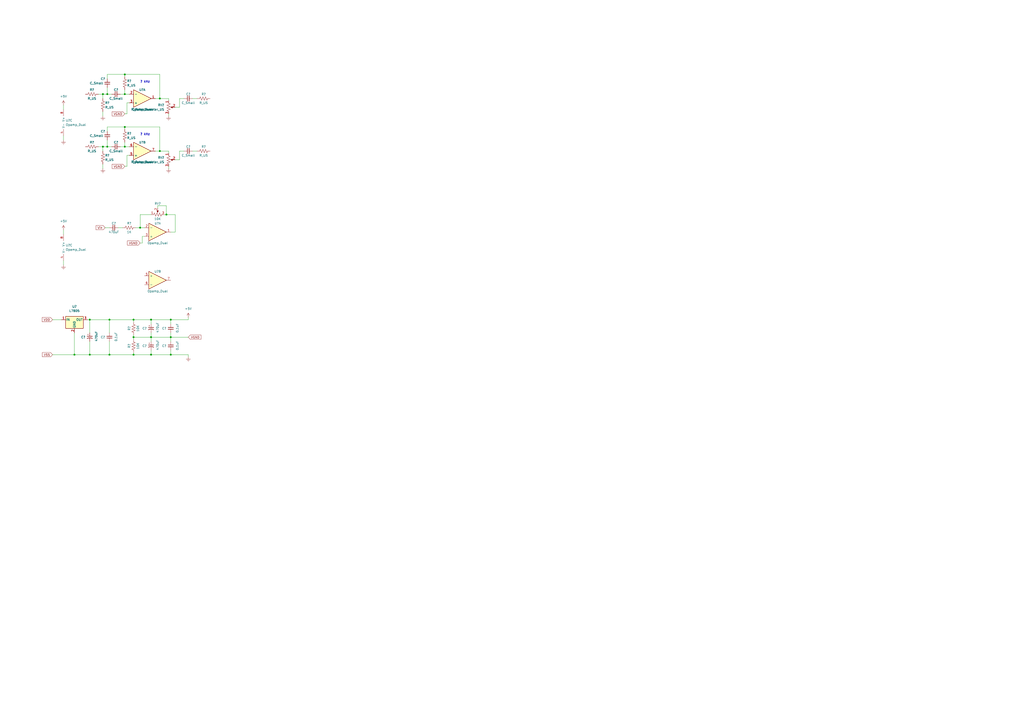
<source format=kicad_sch>
(kicad_sch (version 20211123) (generator eeschema)
  (paper "A2")
  (title_block (title "Spectrum") (date "2022-01-22") (rev "0"))
  (lib_symbols
    (symbol "Device:C_Polarized_Small_US" (pin_numbers hide) (pin_names (offset 0.254) hide)
      (property "Reference" "C" (at 0.254 1.778 0))
      (property "Value" "C_Polarized_Small_US" (at 0.254 -2.032 0))
      (symbol "C_Polarized_Small_US_0_1"
        (polyline (pts (xy -1.524 0.508) (xy 1.524 0.508)) (stroke (width 0.3048)))
        (polyline (pts (xy -1.27 1.524) (xy -0.762 1.524)))
        (polyline (pts (xy -1.016 1.27) (xy -1.016 1.778)))
        (arc (start 1.524 -0.762) (mid 0 -0.3734) (end -1.524 -0.762) (stroke (width 0.3048)))
      )
      (symbol "C_Polarized_Small_US_1_1"
        (pin passive line (at 0 2.54 270) (length 2.032) (name "~") (number "1"))
        (pin passive line (at 0 -2.54 90) (length 2.032) (name "~") (number "2"))
      )
    )
    (symbol "Device:C_Small" (pin_numbers hide) (pin_names (offset 0.254) hide)
      (property "Reference" "C" (at 0.254 1.778 0))
      (property "Value" "C_Small" (at 0.254 -2.032 0))
      (symbol "C_Small_0_1"
        (polyline (pts (xy -1.524 -0.508) (xy 1.524 -0.508)) (stroke (width 0.3302)))
        (polyline (pts (xy -1.524 0.508) (xy 1.524 0.508)) (stroke (width 0.3048)))
      )
      (symbol "C_Small_1_1"
        (pin passive line (at 0 2.54 270) (length 2.032) (name "~") (number "1"))
        (pin passive line (at 0 -2.54 90) (length 2.032) (name "~") (number "2"))
      )
    )
    (symbol "Device:Opamp_Dual"
      (property "Reference" "U" (at 0 5.08 0))
      (property "Value" "Opamp_Dual" (at 0 -5.08 0))
      (symbol "Opamp_Dual_1_1"
        (polyline (pts (xy -5.08 5.08) (xy 5.08 0) (xy -5.08 -5.08) (xy -5.08 5.08)) (stroke (width 0.254)) (fill (type background)))
        (pin output line (at 7.62 0 180) (length 2.54) (name "~") (number "1"))
        (pin input line (at -7.62 -2.54 0) (length 2.54) (name "-") (number "2"))
        (pin input line (at -7.62 2.54 0) (length 2.54) (name "+") (number "3"))
      )
      (symbol "Opamp_Dual_2_1"
        (polyline (pts (xy -5.08 5.08) (xy 5.08 0) (xy -5.08 -5.08) (xy -5.08 5.08)) (stroke (width 0.254)) (fill (type background)))
        (pin input line (at -7.62 2.54 0) (length 2.54) (name "+") (number "5"))
        (pin input line (at -7.62 -2.54 0) (length 2.54) (name "-") (number "6"))
        (pin output line (at 7.62 0 180) (length 2.54) (name "~") (number "7"))
      )
      (symbol "Opamp_Dual_3_1"
        (pin power_in line (at -2.54 -7.62 90) (length 3.81) (name "V-") (number "4"))
        (pin power_in line (at -2.54 7.62 270) (length 3.81) (name "V+") (number "8"))
      )
    )
    (symbol "Device:R_Potentiometer_US" (pin_names (offset 1.016) hide)
      (property "Reference" "RV" (at -4.445 0 90))
      (property "Value" "R_Potentiometer_US" (at -2.54 0 90))
      (symbol "R_Potentiometer_US_0_1"
        (polyline (pts (xy 0 -2.286) (xy 0 -2.54)))
        (polyline (pts (xy 0 2.54) (xy 0 2.286)))
        (polyline (pts (xy 2.54 0) (xy 1.524 0)))
        (polyline (pts (xy 1.143 0) (xy 2.286 0.508) (xy 2.286 -0.508) (xy 1.143 0)) (fill (type outline)))
        (polyline (pts (xy 0 -0.762) (xy 1.016 -1.143) (xy 0 -1.524) (xy -1.016 -1.905) (xy 0 -2.286)))
        (polyline (pts (xy 0 0.762) (xy 1.016 0.381) (xy 0 0) (xy -1.016 -0.381) (xy 0 -0.762)))
        (polyline (pts (xy 0 2.286) (xy 1.016 1.905) (xy 0 1.524) (xy -1.016 1.143) (xy 0 0.762)))
      )
      (symbol "R_Potentiometer_US_1_1"
        (pin passive line (at 0 3.81 270) (length 1.27) (name "1") (number "1"))
        (pin passive line (at 3.81 0 180) (length 1.27) (name "2") (number "2"))
        (pin passive line (at 0 -3.81 90) (length 1.27) (name "3") (number "3"))
      )
    )
    (symbol "Device:R_US" (pin_numbers hide) (pin_names (offset 0))
      (property "Reference" "R" (at 2.54 0 90))
      (property "Value" "R_US" (at -2.54 0 90))
      (symbol "R_US_0_1"
        (polyline (pts (xy 0 -2.286) (xy 0 -2.54)))
        (polyline (pts (xy 0 2.286) (xy 0 2.54)))
        (polyline (pts (xy 0 -0.762) (xy 1.016 -1.143) (xy 0 -1.524) (xy -1.016 -1.905) (xy 0 -2.286)))
        (polyline (pts (xy 0 0.762) (xy 1.016 0.381) (xy 0 0) (xy -1.016 -0.381) (xy 0 -0.762)))
        (polyline (pts (xy 0 2.286) (xy 1.016 1.905) (xy 0 1.524) (xy -1.016 1.143) (xy 0 0.762)))
      )
      (symbol "R_US_1_1"
        (pin passive line (at 0 3.81 270) (length 1.27) (name "~") (number "1"))
        (pin passive line (at 0 -3.81 90) (length 1.27) (name "~") (number "2"))
      )
    )
    (symbol "Regulator_Linear:L7805" (pin_names (offset 0.254))
      (property "Reference" "U" (at -3.81 3.175 0))
      (property "Value" "L7805" (at 0 3.175 0))
      (symbol "L7805_0_1"
        (rectangle (start -5.08 1.905) (end 5.08 -5.08) (stroke (width 0.254)) (fill (type background)))
      )
      (symbol "L7805_1_1"
        (pin power_in line (at -7.62 0 0) (length 2.54) (name "IN") (number "1"))
        (pin power_in line (at 0 -7.62 90) (length 2.54) (name "GND") (number "2"))
        (pin power_out line (at 7.62 0 180) (length 2.54) (name "OUT") (number "3"))
      )
    )
    (symbol "power:+5V" (power) (pin_names (offset 0))
      (property "Value" "+5V" (at 0 3.556 0))
      (symbol "+5V_0_1"
        (polyline (pts (xy -0.762 1.27) (xy 0 2.54)))
        (polyline (pts (xy 0 0) (xy 0 2.54)))
        (polyline (pts (xy 0 2.54) (xy 0.762 1.27)))
      )
      (symbol "+5V_1_1"
        (pin power_in line (at 0 0 90) (length 0) hide (name "+5V") (number "1"))
      )
    )
    (symbol "power:GNDREF" (power) (pin_names (offset 0))
      (property "Value" "GNDREF" (at 0 -3.81 0))
      (symbol "GNDREF_0_1"
        (polyline (pts (xy -0.635 -1.905) (xy 0.635 -1.905)))
        (polyline (pts (xy -0.127 -2.54) (xy 0.127 -2.54)))
        (polyline (pts (xy 0 -1.27) (xy 0 0)))
        (polyline (pts (xy 1.27 -1.27) (xy -1.27 -1.27)))
      )
      (symbol "GNDREF_1_1"
        (pin power_in line (at 0 0 270) (length 0) hide (name "GNDREF") (number "1"))
      )
    )
  )
  (junction (at 77.47 205.74))
  (junction (at 62.23 54.61))
  (junction (at 99.06 185.42))
  (junction (at 87.63 185.42))
  (junction (at 72.39 43.18))
  (junction (at 87.63 195.58))
  (junction (at 59.69 85.09))
  (junction (at 52.07 205.74))
  (junction (at 72.39 54.61))
  (junction (at 72.39 73.66))
  (junction (at 62.23 85.09))
  (junction (at 99.06 205.74))
  (junction (at 43.18 205.74))
  (junction (at 87.63 205.74))
  (junction (at 77.47 185.42))
  (junction (at 77.47 195.58))
  (junction (at 92.71 87.63))
  (junction (at 92.71 57.15))
  (junction (at 96.52 124.46))
  (junction (at 72.39 85.09))
  (junction (at 52.07 185.42))
  (junction (at 81.28 132.08))
  (junction (at 63.5 185.42))
  (junction (at 59.69 54.61))
  (junction (at 63.5 205.74))
  (junction (at 99.06 195.58))
  (wire (pts (xy 62.23 81.28) (xy 62.23 85.09)))
  (wire (pts (xy 99.06 195.58) (xy 109.22 195.58)))
  (wire (pts (xy 59.69 64.77) (xy 59.69 67.31)))
  (wire (pts (xy 59.69 54.61) (xy 62.23 54.61)))
  (wire (pts (xy 62.23 45.72) (xy 62.23 43.18)))
  (wire (pts (xy 109.22 184.15) (xy 109.22 185.42)))
  (wire (pts (xy 59.69 85.09) (xy 59.69 87.63)))
  (wire (pts (xy 72.39 73.66) (xy 92.71 73.66)))
  (wire (pts (xy 72.39 54.61) (xy 74.93 54.61)))
  (wire (pts (xy 90.17 87.63) (xy 92.71 87.63)))
  (wire (pts (xy 57.15 54.61) (xy 59.69 54.61)))
  (wire (pts (xy 77.47 204.47) (xy 77.47 205.74)))
  (wire (pts (xy 104.14 92.71) (xy 104.14 87.63)))
  (wire (pts (xy 78.74 132.08) (xy 81.28 132.08)))
  (wire (pts (xy 101.6 134.62) (xy 101.6 124.46)))
  (wire (pts (xy 69.85 54.61) (xy 72.39 54.61)))
  (wire (pts (xy 77.47 186.69) (xy 77.47 185.42)))
  (wire (pts (xy 72.39 43.18) (xy 92.71 43.18)))
  (wire (pts (xy 59.69 85.09) (xy 62.23 85.09)))
  (wire (pts (xy 36.83 60.96) (xy 36.83 63.5)))
  (wire (pts (xy 62.23 50.8) (xy 62.23 54.61)))
  (wire (pts (xy 111.76 57.15) (xy 114.3 57.15)))
  (wire (pts (xy 109.22 205.74) (xy 99.06 205.74)))
  (wire (pts (xy 73.66 90.17) (xy 73.66 96.52)))
  (wire (pts (xy 77.47 194.31) (xy 77.47 195.58)))
  (wire (pts (xy 62.23 85.09) (xy 64.77 85.09)))
  (wire (pts (xy 99.06 205.74) (xy 87.63 205.74)))
  (wire (pts (xy 96.52 119.38) (xy 96.52 124.46)))
  (wire (pts (xy 104.14 62.23) (xy 104.14 57.15)))
  (wire (pts (xy 101.6 62.23) (xy 104.14 62.23)))
  (wire (pts (xy 68.58 132.08) (xy 71.12 132.08)))
  (wire (pts (xy 83.82 137.16) (xy 82.55 137.16)))
  (wire (pts (xy 73.66 59.69) (xy 73.66 66.04)))
  (wire (pts (xy 63.5 198.12) (xy 63.5 205.74)))
  (wire (pts (xy 99.06 193.04) (xy 99.06 195.58)))
  (wire (pts (xy 72.39 43.18) (xy 72.39 44.45)))
  (wire (pts (xy 77.47 185.42) (xy 63.5 185.42)))
  (wire (pts (xy 101.6 92.71) (xy 104.14 92.71)))
  (wire (pts (xy 96.52 124.46) (xy 101.6 124.46)))
  (wire (pts (xy 97.79 66.04) (xy 97.79 67.31)))
  (wire (pts (xy 82.55 137.16) (xy 82.55 140.97)))
  (wire (pts (xy 99.06 195.58) (xy 99.06 198.12)))
  (wire (pts (xy 97.79 58.42) (xy 97.79 57.15)))
  (wire (pts (xy 92.71 73.66) (xy 92.71 87.63)))
  (wire (pts (xy 92.71 57.15) (xy 97.79 57.15)))
  (wire (pts (xy 104.14 57.15) (xy 106.68 57.15)))
  (wire (pts (xy 52.07 198.12) (xy 52.07 205.74)))
  (wire (pts (xy 72.39 96.52) (xy 73.66 96.52)))
  (wire (pts (xy 87.63 124.46) (xy 81.28 124.46)))
  (wire (pts (xy 99.06 203.2) (xy 99.06 205.74)))
  (wire (pts (xy 62.23 43.18) (xy 72.39 43.18)))
  (wire (pts (xy 92.71 87.63) (xy 97.79 87.63)))
  (wire (pts (xy 72.39 82.55) (xy 72.39 85.09)))
  (wire (pts (xy 87.63 185.42) (xy 87.63 187.96)))
  (wire (pts (xy 72.39 85.09) (xy 74.93 85.09)))
  (wire (pts (xy 43.18 193.04) (xy 43.18 205.74)))
  (wire (pts (xy 36.83 133.35) (xy 36.83 135.89)))
  (wire (pts (xy 63.5 185.42) (xy 52.07 185.42)))
  (wire (pts (xy 63.5 205.74) (xy 52.07 205.74)))
  (wire (pts (xy 72.39 73.66) (xy 72.39 74.93)))
  (wire (pts (xy 91.44 119.38) (xy 96.52 119.38)))
  (wire (pts (xy 59.69 95.25) (xy 59.69 97.79)))
  (wire (pts (xy 109.22 207.01) (xy 109.22 205.74)))
  (wire (pts (xy 72.39 66.04) (xy 73.66 66.04)))
  (wire (pts (xy 62.23 54.61) (xy 64.77 54.61)))
  (wire (pts (xy 90.17 57.15) (xy 92.71 57.15)))
  (wire (pts (xy 91.44 120.65) (xy 91.44 119.38)))
  (wire (pts (xy 57.15 85.09) (xy 59.69 85.09)))
  (wire (pts (xy 62.23 76.2) (xy 62.23 73.66)))
  (wire (pts (xy 92.71 43.18) (xy 92.71 57.15)))
  (wire (pts (xy 36.83 78.74) (xy 36.83 81.28)))
  (wire (pts (xy 43.18 205.74) (xy 52.07 205.74)))
  (wire (pts (xy 30.48 185.42) (xy 35.56 185.42)))
  (wire (pts (xy 87.63 193.04) (xy 87.63 195.58)))
  (wire (pts (xy 60.96 132.08) (xy 63.5 132.08)))
  (wire (pts (xy 87.63 203.2) (xy 87.63 205.74)))
  (wire (pts (xy 52.07 185.42) (xy 52.07 193.04)))
  (wire (pts (xy 81.28 124.46) (xy 81.28 132.08)))
  (wire (pts (xy 72.39 52.07) (xy 72.39 54.61)))
  (wire (pts (xy 77.47 205.74) (xy 63.5 205.74)))
  (wire (pts (xy 87.63 205.74) (xy 77.47 205.74)))
  (wire (pts (xy 97.79 96.52) (xy 97.79 97.79)))
  (wire (pts (xy 62.23 73.66) (xy 72.39 73.66)))
  (wire (pts (xy 77.47 195.58) (xy 77.47 196.85)))
  (wire (pts (xy 99.06 134.62) (xy 101.6 134.62)))
  (wire (pts (xy 82.55 140.97) (xy 81.28 140.97)))
  (wire (pts (xy 63.5 193.04) (xy 63.5 185.42)))
  (wire (pts (xy 99.06 185.42) (xy 87.63 185.42)))
  (wire (pts (xy 95.25 124.46) (xy 96.52 124.46)))
  (wire (pts (xy 97.79 88.9) (xy 97.79 87.63)))
  (wire (pts (xy 87.63 195.58) (xy 87.63 198.12)))
  (wire (pts (xy 77.47 195.58) (xy 87.63 195.58)))
  (wire (pts (xy 74.93 90.17) (xy 73.66 90.17)))
  (wire (pts (xy 104.14 87.63) (xy 106.68 87.63)))
  (wire (pts (xy 81.28 132.08) (xy 83.82 132.08)))
  (wire (pts (xy 109.22 185.42) (xy 99.06 185.42)))
  (wire (pts (xy 99.06 187.96) (xy 99.06 185.42)))
  (wire (pts (xy 87.63 185.42) (xy 77.47 185.42)))
  (wire (pts (xy 111.76 87.63) (xy 114.3 87.63)))
  (wire (pts (xy 74.93 59.69) (xy 73.66 59.69)))
  (wire (pts (xy 30.48 205.74) (xy 43.18 205.74)))
  (wire (pts (xy 50.8 185.42) (xy 52.07 185.42)))
  (wire (pts (xy 59.69 54.61) (xy 59.69 57.15)))
  (wire (pts (xy 87.63 195.58) (xy 99.06 195.58)))
  (wire (pts (xy 69.85 85.09) (xy 72.39 85.09)))
  (wire (pts (xy 36.83 151.13) (xy 36.83 153.67)))
  (text "? kHz" (at 81.28 48.26 0) (effects (font (size 1.27 1.27) bold) (justify left bottom)))
  (text "? kHz" (at 81.28 78.74 0) (effects (font (size 1.27 1.27) bold) (justify left bottom)))
  (global_label "VGND" (shape input) (at 72.39 96.52 180) (property "Intersheet References" "${INTERSHEET_REFS}" (effects hide)))
  (global_label "VSS" (shape input) (at 30.48 205.74 180) (property "Intersheet References" "${INTERSHEET_REFS}" (effects hide)))
  (global_label "VGND" (shape input) (at 109.22 195.58 0) (property "Intersheet References" "${INTERSHEET_REFS}" (effects hide)))
  (global_label "Vin" (shape input) (at 60.96 132.08 180) (property "Intersheet References" "${INTERSHEET_REFS}" (effects hide)))
  (global_label "VGND" (shape input) (at 72.39 66.04 180) (property "Intersheet References" "${INTERSHEET_REFS}" (effects hide)))
  (global_label "VGND" (shape input) (at 81.28 140.97 180) (property "Intersheet References" "${INTERSHEET_REFS}" (effects hide)))
  (global_label "VDD" (shape input) (at 30.48 185.42 180) (property "Intersheet References" "${INTERSHEET_REFS}" (effects hide)))
  (symbol (lib_id "Device:R_US") (at 59.69 91.44 0) (unit 1)
    (property "Reference" "R?" (at 60.96 90.17 0) (effects (justify left)))
    (property "Value" "R_US" (at 60.96 92.71 0) (effects (justify left)))
  )
  (symbol (lib_id "Device:C_Small") (at 62.23 78.74 180) (unit 1)
    (property "Reference" "C?" (at 58.42 76.2 0) (effects (justify right)))
    (property "Value" "C_Small" (at 52.07 78.74 0) (effects (justify right)))
  )
  (symbol (lib_id "Device:R_US") (at 77.47 200.66 0) (unit 1)
    (property "Reference" "R?" (at 74.93 200.66 90))
    (property "Value" "10K" (at 80.01 200.66 90))
  )
  (symbol (lib_id "Device:C_Small") (at 99.06 190.5 180) (unit 1)
    (property "Reference" "C?" (at 93.98 190.5 0) (effects (justify right)))
    (property "Value" "0.1uF" (at 102.87 193.04 90) (effects (justify right)))
  )
  (symbol (lib_id "power:GNDREF") (at 59.69 97.79 0) (unit 1)
    (property "Reference" "#PWR?" (effects hide))
    (property "Value" "GNDREF" (effects hide))
  )
  (symbol (lib_id "power:GNDREF") (at 36.83 153.67 0) (unit 1)
    (property "Reference" "#PWR?" (effects hide))
    (property "Value" "GNDREF" (effects hide))
  )
  (symbol (lib_id "Device:C_Small") (at 63.5 195.58 180) (unit 1)
    (property "Reference" "C?" (at 58.42 195.58 0) (effects (justify right)))
    (property "Value" "0.1uF" (at 67.31 198.12 90) (effects (justify right)))
  )
  (symbol (lib_id "power:GNDREF") (at 97.79 67.31 0) (unit 1)
    (property "Reference" "#PWR?" (effects hide))
    (property "Value" "GNDREF" (effects hide))
  )
  (symbol (lib_id "Device:R_US") (at 53.34 54.61 270) (unit 1)
    (property "Reference" "R?" (at 53.34 52.07 90))
    (property "Value" "R_US" (at 53.34 57.15 90))
  )
  (symbol (lib_id "Device:R_US") (at 72.39 48.26 0) (unit 1)
    (property "Reference" "R?" (at 73.66 46.99 0) (effects (justify left)))
    (property "Value" "R_US" (at 73.66 49.53 0) (effects (justify left)))
  )
  (symbol (lib_id "Device:R_US") (at 53.34 85.09 270) (unit 1)
    (property "Reference" "R?" (at 53.34 82.55 90))
    (property "Value" "R_US" (at 53.34 87.63 90))
  )
  (symbol (lib_id "Device:R_Potentiometer_US") (at 91.44 124.46 90) (unit 1)
    (property "Reference" "RV?" (at 91.44 118.11 90))
    (property "Value" "10K" (at 91.44 127 90))
  )
  (symbol (lib_id "Device:C_Polarized_Small_US") (at 52.07 195.58 0) (unit 1)
    (property "Reference" "C?" (at 46.99 195.58 0) (effects (justify left)))
    (property "Value" "470uF" (at 55.88 198.12 90) (effects (justify left)))
  )
  (symbol (lib_id "Device:Opamp_Dual") (at 39.37 71.12 0) (unit 3)
    (property "Reference" "U?" (at 38.1 69.8499 0) (effects (justify left)))
    (property "Value" "Opamp_Dual" (at 38.1 72.3899 0) (effects (justify left)))
  )
  (symbol (lib_id "Device:R_Potentiometer_US") (at 97.79 92.71 0) (unit 1)
    (property "Reference" "RV?" (at 95.25 91.4399 0) (effects (justify right)))
    (property "Value" "R_Potentiometer_US" (at 95.25 93.9799 0) (effects (justify right)))
  )
  (symbol (lib_id "Device:Opamp_Dual") (at 82.55 57.15 0) (mirror x) (unit 1)
    (property "Reference" "U?" (at 82.55 52.07 0))
    (property "Value" "Opamp_Dual" (at 82.55 63.5 0))
  )
  (symbol (lib_id "Device:C_Small") (at 66.04 132.08 90) (unit 1)
    (property "Reference" "C?" (at 66.04 129.54 90))
    (property "Value" "470uF" (at 66.04 134.62 90))
  )
  (symbol (lib_id "power:GNDREF") (at 97.79 97.79 0) (unit 1)
    (property "Reference" "#PWR?" (effects hide))
    (property "Value" "GNDREF" (effects hide))
  )
  (symbol (lib_id "Device:R_US") (at 59.69 60.96 0) (unit 1)
    (property "Reference" "R?" (at 60.96 59.69 0) (effects (justify left)))
    (property "Value" "R_US" (at 60.96 62.23 0) (effects (justify left)))
  )
  (symbol (lib_id "Device:C_Small") (at 67.31 85.09 90) (unit 1)
    (property "Reference" "C?" (at 67.31 82.55 90))
    (property "Value" "C_Small" (at 67.31 87.63 90))
  )
  (symbol (lib_id "power:+5V") (at 36.83 60.96 0) (unit 1)
    (property "Reference" "#PWR?" (effects hide))
    (property "Value" "+5V" (at 36.83 55.88 0))
  )
  (symbol (lib_id "Device:Opamp_Dual") (at 82.55 87.63 0) (mirror x) (unit 2)
    (property "Reference" "U?" (at 82.55 82.55 0))
    (property "Value" "Opamp_Dual" (at 82.55 93.98 0))
  )
  (symbol (lib_id "Device:R_US") (at 118.11 57.15 270) (unit 1)
    (property "Reference" "R?" (at 118.11 54.61 90))
    (property "Value" "R_US" (at 118.11 59.69 90))
  )
  (symbol (lib_id "Device:Opamp_Dual") (at 39.37 143.51 0) (unit 3)
    (property "Reference" "U?" (at 38.1 142.2399 0) (effects (justify left)))
    (property "Value" "Opamp_Dual" (at 38.1 144.7799 0) (effects (justify left)))
  )
  (symbol (lib_id "Device:C_Polarized_Small_US") (at 87.63 200.66 0) (unit 1)
    (property "Reference" "C?" (at 82.55 200.66 0) (effects (justify left)))
    (property "Value" "470uF" (at 91.44 203.2 90) (effects (justify left)))
  )
  (symbol (lib_id "Device:R_US") (at 118.11 87.63 270) (unit 1)
    (property "Reference" "R?" (at 118.11 85.09 90))
    (property "Value" "R_US" (at 118.11 90.17 90))
  )
  (symbol (lib_id "power:+5V") (at 36.83 133.35 0) (unit 1)
    (property "Reference" "#PWR?" (effects hide))
    (property "Value" "+5V" (at 36.83 128.27 0))
  )
  (symbol (lib_id "Device:C_Polarized_Small_US") (at 87.63 190.5 0) (unit 1)
    (property "Reference" "C?" (at 82.55 190.5 0) (effects (justify left)))
    (property "Value" "470uF" (at 91.44 193.04 90) (effects (justify left)))
  )
  (symbol (lib_id "power:GNDREF") (at 59.69 67.31 0) (unit 1)
    (property "Reference" "#PWR?" (effects hide))
    (property "Value" "GNDREF" (effects hide))
  )
  (symbol (lib_id "Device:C_Small") (at 99.06 200.66 180) (unit 1)
    (property "Reference" "C?" (at 93.98 200.66 0) (effects (justify right)))
    (property "Value" "0.1uF" (at 102.87 203.2 90) (effects (justify right)))
  )
  (symbol (lib_id "Device:C_Small") (at 67.31 54.61 90) (unit 1)
    (property "Reference" "C?" (at 67.31 52.07 90))
    (property "Value" "C_Small" (at 67.31 57.15 90))
  )
  (symbol (lib_id "power:+5V") (at 109.22 184.15 0) (unit 1)
    (property "Reference" "#PWR?" (effects hide))
    (property "Value" "+5V" (at 109.22 179.07 0))
  )
  (symbol (lib_id "power:GNDREF") (at 109.22 207.01 0) (unit 1)
    (property "Reference" "#PWR?" (effects hide))
    (property "Value" "GNDREF" (effects hide))
  )
  (symbol (lib_id "power:GNDREF") (at 36.83 81.28 0) (unit 1)
    (property "Reference" "#PWR?" (effects hide))
    (property "Value" "GNDREF" (effects hide))
  )
  (symbol (lib_id "Device:C_Small") (at 62.23 48.26 180) (unit 1)
    (property "Reference" "C?" (at 58.42 45.72 0) (effects (justify right)))
    (property "Value" "C_Small" (at 52.07 48.26 0) (effects (justify right)))
  )
  (symbol (lib_id "Device:R_Potentiometer_US") (at 97.79 62.23 0) (unit 1)
    (property "Reference" "RV?" (at 95.25 60.9599 0) (effects (justify right)))
    (property "Value" "R_Potentiometer_US" (at 95.25 63.4999 0) (effects (justify right)))
  )
  (symbol (lib_id "Device:Opamp_Dual") (at 91.44 134.62 0) (mirror x) (unit 1)
    (property "Reference" "U?" (at 91.44 129.54 0))
    (property "Value" "Opamp_Dual" (at 91.44 140.97 0))
  )
  (symbol (lib_id "Device:R_US") (at 74.93 132.08 270) (unit 1)
    (property "Reference" "R?" (at 74.93 129.54 90))
    (property "Value" "1K" (at 74.93 134.62 90))
  )
  (symbol (lib_id "Device:C_Small") (at 109.22 87.63 90) (unit 1)
    (property "Reference" "C?" (at 109.22 85.09 90))
    (property "Value" "C_Small" (at 109.22 90.17 90))
  )
  (symbol (lib_id "Device:C_Small") (at 109.22 57.15 90) (unit 1)
    (property "Reference" "C?" (at 109.22 54.61 90))
    (property "Value" "C_Small" (at 109.22 59.69 90))
  )
  (symbol (lib_id "Device:R_US") (at 77.47 190.5 0) (unit 1)
    (property "Reference" "R?" (at 74.93 190.5 90))
    (property "Value" "10K" (at 80.01 190.5 90))
  )
  (symbol (lib_id "Device:Opamp_Dual") (at 91.44 162.56 0) (unit 2)
    (property "Reference" "U?" (at 91.44 157.48 0))
    (property "Value" "Opamp_Dual" (at 91.44 168.91 0))
  )
  (symbol (lib_id "Device:R_US") (at 72.39 78.74 0) (unit 1)
    (property "Reference" "R?" (at 73.66 77.47 0) (effects (justify left)))
    (property "Value" "R_US" (at 73.66 80.01 0) (effects (justify left)))
  )
  (symbol (lib_id "Regulator_Linear:L7805") (at 43.18 185.42 0) (unit 1)
    (property "Reference" "U?" (at 43.18 177.8 0))
    (property "Value" "L7805" (at 43.18 180.34 0))
    (property "Datasheet" "http://www.st.com/content/ccc/resource/technical/document/datasheet/41/4f/b3/b0/12/d4/47/88/CD00000444.pdf/files/CD00000444.pdf/jcr:content/translations/en.CD00000444.pdf" (effects hide))
  )
)
</source>
